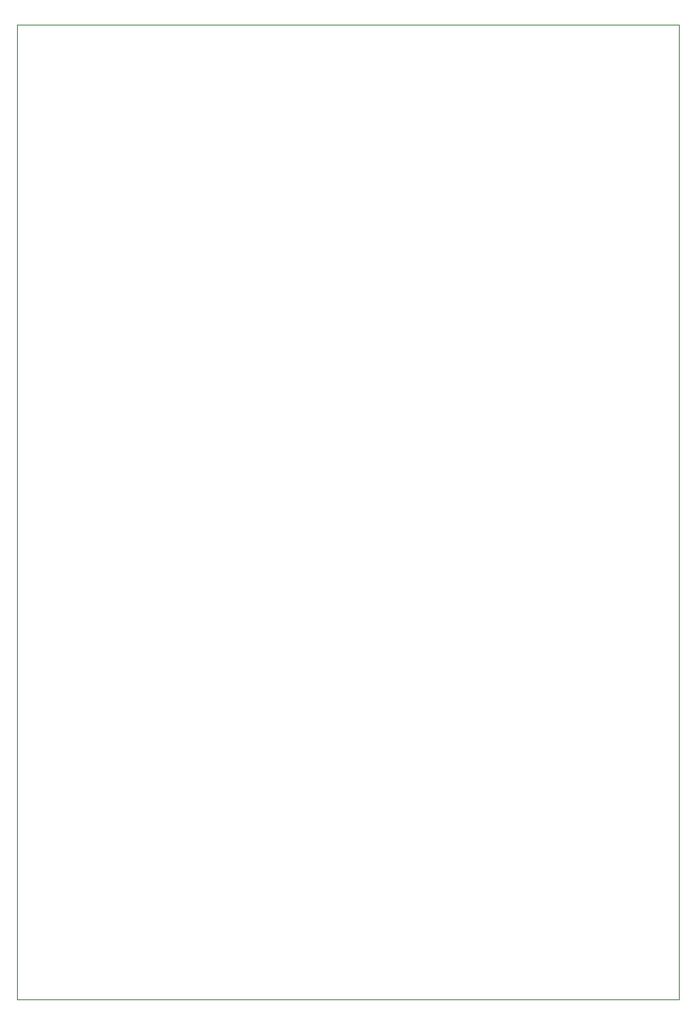
<source format=gbr>
G04 (created by PCBNEW (2013-07-07 BZR 4022)-stable) date 22/01/2014 07:55:25*
%MOIN*%
G04 Gerber Fmt 3.4, Leading zero omitted, Abs format*
%FSLAX34Y34*%
G01*
G70*
G90*
G04 APERTURE LIST*
%ADD10C,0.00590551*%
%ADD11C,0.000787402*%
G04 APERTURE END LIST*
G54D10*
G54D11*
X47500Y-36750D02*
X73500Y-36750D01*
X73500Y-75000D02*
X73500Y-36750D01*
X47500Y-75000D02*
X73500Y-75000D01*
X47500Y-75000D02*
X47500Y-36750D01*
M02*

</source>
